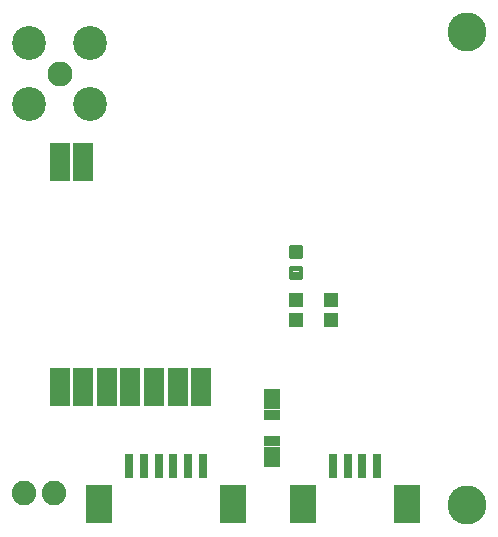
<source format=gts>
G75*
%MOIN*%
%OFA0B0*%
%FSLAX25Y25*%
%IPPOS*%
%LPD*%
%AMOC8*
5,1,8,0,0,1.08239X$1,22.5*
%
%ADD10C,0.13005*%
%ADD11R,0.07099X0.12611*%
%ADD12R,0.05800X0.03300*%
%ADD13C,0.08300*%
%ADD14C,0.11300*%
%ADD15C,0.08200*%
%ADD16R,0.04737X0.05131*%
%ADD17C,0.01421*%
%ADD18R,0.02769X0.07887*%
%ADD19R,0.09068X0.12611*%
D10*
X0160993Y0011741D03*
X0160993Y0169221D03*
D11*
X0033041Y0125914D03*
X0025167Y0125914D03*
X0025167Y0051111D03*
X0033041Y0051111D03*
X0040915Y0051111D03*
X0048789Y0051111D03*
X0056663Y0051111D03*
X0064537Y0051111D03*
X0072411Y0051111D03*
D12*
X0096033Y0048705D03*
X0096033Y0045205D03*
X0096033Y0041705D03*
X0096033Y0032957D03*
X0096033Y0029457D03*
X0096033Y0025957D03*
D13*
X0025167Y0155441D03*
D14*
X0035206Y0165480D03*
X0015128Y0165480D03*
X0015128Y0145402D03*
X0035206Y0145402D03*
D15*
X0013356Y0015678D03*
X0023356Y0015678D03*
D16*
X0103907Y0073355D03*
X0103907Y0080048D03*
X0115718Y0080048D03*
X0115718Y0073355D03*
D17*
X0105565Y0090655D02*
X0102249Y0090655D01*
X0105565Y0090655D02*
X0105565Y0087339D01*
X0102249Y0087339D01*
X0102249Y0090655D01*
X0102249Y0088759D02*
X0105565Y0088759D01*
X0105565Y0090179D02*
X0102249Y0090179D01*
X0102249Y0097560D02*
X0105565Y0097560D01*
X0105565Y0094244D01*
X0102249Y0094244D01*
X0102249Y0097560D01*
X0102249Y0095664D02*
X0105565Y0095664D01*
X0105565Y0097084D02*
X0102249Y0097084D01*
D18*
X0116210Y0024733D03*
X0121131Y0024733D03*
X0126052Y0024733D03*
X0130974Y0024733D03*
X0072903Y0024733D03*
X0067982Y0024733D03*
X0063060Y0024733D03*
X0058139Y0024733D03*
X0053218Y0024733D03*
X0048297Y0024733D03*
D19*
X0038257Y0012134D03*
X0082942Y0012134D03*
X0106171Y0012134D03*
X0141013Y0012134D03*
M02*

</source>
